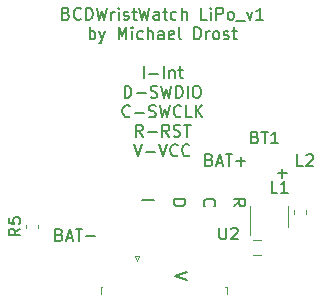
<source format=gto>
G04 #@! TF.GenerationSoftware,KiCad,Pcbnew,5.1.10*
G04 #@! TF.CreationDate,2021-12-10T15:11:43+01:00*
G04 #@! TF.ProjectId,Watch,57617463-682e-46b6-9963-61645f706362,rev?*
G04 #@! TF.SameCoordinates,Original*
G04 #@! TF.FileFunction,Legend,Top*
G04 #@! TF.FilePolarity,Positive*
%FSLAX46Y46*%
G04 Gerber Fmt 4.6, Leading zero omitted, Abs format (unit mm)*
G04 Created by KiCad (PCBNEW 5.1.10) date 2021-12-10 15:11:43*
%MOMM*%
%LPD*%
G01*
G04 APERTURE LIST*
%ADD10C,0.150000*%
%ADD11C,0.120000*%
G04 APERTURE END LIST*
D10*
X140120619Y-112823666D02*
X139120619Y-113157000D01*
X140120619Y-113490333D01*
X129906142Y-90927571D02*
X130049000Y-90975190D01*
X130096619Y-91022809D01*
X130144238Y-91118047D01*
X130144238Y-91260904D01*
X130096619Y-91356142D01*
X130049000Y-91403761D01*
X129953761Y-91451380D01*
X129572809Y-91451380D01*
X129572809Y-90451380D01*
X129906142Y-90451380D01*
X130001380Y-90499000D01*
X130049000Y-90546619D01*
X130096619Y-90641857D01*
X130096619Y-90737095D01*
X130049000Y-90832333D01*
X130001380Y-90879952D01*
X129906142Y-90927571D01*
X129572809Y-90927571D01*
X131144238Y-91356142D02*
X131096619Y-91403761D01*
X130953761Y-91451380D01*
X130858523Y-91451380D01*
X130715666Y-91403761D01*
X130620428Y-91308523D01*
X130572809Y-91213285D01*
X130525190Y-91022809D01*
X130525190Y-90879952D01*
X130572809Y-90689476D01*
X130620428Y-90594238D01*
X130715666Y-90499000D01*
X130858523Y-90451380D01*
X130953761Y-90451380D01*
X131096619Y-90499000D01*
X131144238Y-90546619D01*
X131572809Y-91451380D02*
X131572809Y-90451380D01*
X131810904Y-90451380D01*
X131953761Y-90499000D01*
X132049000Y-90594238D01*
X132096619Y-90689476D01*
X132144238Y-90879952D01*
X132144238Y-91022809D01*
X132096619Y-91213285D01*
X132049000Y-91308523D01*
X131953761Y-91403761D01*
X131810904Y-91451380D01*
X131572809Y-91451380D01*
X132477571Y-90451380D02*
X132715666Y-91451380D01*
X132906142Y-90737095D01*
X133096619Y-91451380D01*
X133334714Y-90451380D01*
X133715666Y-91451380D02*
X133715666Y-90784714D01*
X133715666Y-90975190D02*
X133763285Y-90879952D01*
X133810904Y-90832333D01*
X133906142Y-90784714D01*
X134001380Y-90784714D01*
X134334714Y-91451380D02*
X134334714Y-90784714D01*
X134334714Y-90451380D02*
X134287095Y-90499000D01*
X134334714Y-90546619D01*
X134382333Y-90499000D01*
X134334714Y-90451380D01*
X134334714Y-90546619D01*
X134763285Y-91403761D02*
X134858523Y-91451380D01*
X135049000Y-91451380D01*
X135144238Y-91403761D01*
X135191857Y-91308523D01*
X135191857Y-91260904D01*
X135144238Y-91165666D01*
X135049000Y-91118047D01*
X134906142Y-91118047D01*
X134810904Y-91070428D01*
X134763285Y-90975190D01*
X134763285Y-90927571D01*
X134810904Y-90832333D01*
X134906142Y-90784714D01*
X135049000Y-90784714D01*
X135144238Y-90832333D01*
X135477571Y-90784714D02*
X135858523Y-90784714D01*
X135620428Y-90451380D02*
X135620428Y-91308523D01*
X135668047Y-91403761D01*
X135763285Y-91451380D01*
X135858523Y-91451380D01*
X136096619Y-90451380D02*
X136334714Y-91451380D01*
X136525190Y-90737095D01*
X136715666Y-91451380D01*
X136953761Y-90451380D01*
X137763285Y-91451380D02*
X137763285Y-90927571D01*
X137715666Y-90832333D01*
X137620428Y-90784714D01*
X137429952Y-90784714D01*
X137334714Y-90832333D01*
X137763285Y-91403761D02*
X137668047Y-91451380D01*
X137429952Y-91451380D01*
X137334714Y-91403761D01*
X137287095Y-91308523D01*
X137287095Y-91213285D01*
X137334714Y-91118047D01*
X137429952Y-91070428D01*
X137668047Y-91070428D01*
X137763285Y-91022809D01*
X138096619Y-90784714D02*
X138477571Y-90784714D01*
X138239476Y-90451380D02*
X138239476Y-91308523D01*
X138287095Y-91403761D01*
X138382333Y-91451380D01*
X138477571Y-91451380D01*
X139239476Y-91403761D02*
X139144238Y-91451380D01*
X138953761Y-91451380D01*
X138858523Y-91403761D01*
X138810904Y-91356142D01*
X138763285Y-91260904D01*
X138763285Y-90975190D01*
X138810904Y-90879952D01*
X138858523Y-90832333D01*
X138953761Y-90784714D01*
X139144238Y-90784714D01*
X139239476Y-90832333D01*
X139668047Y-91451380D02*
X139668047Y-90451380D01*
X140096619Y-91451380D02*
X140096619Y-90927571D01*
X140049000Y-90832333D01*
X139953761Y-90784714D01*
X139810904Y-90784714D01*
X139715666Y-90832333D01*
X139668047Y-90879952D01*
X141810904Y-91451380D02*
X141334714Y-91451380D01*
X141334714Y-90451380D01*
X142144238Y-91451380D02*
X142144238Y-90784714D01*
X142144238Y-90451380D02*
X142096619Y-90499000D01*
X142144238Y-90546619D01*
X142191857Y-90499000D01*
X142144238Y-90451380D01*
X142144238Y-90546619D01*
X142620428Y-91451380D02*
X142620428Y-90451380D01*
X143001380Y-90451380D01*
X143096619Y-90499000D01*
X143144238Y-90546619D01*
X143191857Y-90641857D01*
X143191857Y-90784714D01*
X143144238Y-90879952D01*
X143096619Y-90927571D01*
X143001380Y-90975190D01*
X142620428Y-90975190D01*
X143763285Y-91451380D02*
X143668047Y-91403761D01*
X143620428Y-91356142D01*
X143572809Y-91260904D01*
X143572809Y-90975190D01*
X143620428Y-90879952D01*
X143668047Y-90832333D01*
X143763285Y-90784714D01*
X143906142Y-90784714D01*
X144001380Y-90832333D01*
X144049000Y-90879952D01*
X144096619Y-90975190D01*
X144096619Y-91260904D01*
X144049000Y-91356142D01*
X144001380Y-91403761D01*
X143906142Y-91451380D01*
X143763285Y-91451380D01*
X144287095Y-91546619D02*
X145049000Y-91546619D01*
X145191857Y-90784714D02*
X145429952Y-91451380D01*
X145668047Y-90784714D01*
X146572809Y-91451380D02*
X146001380Y-91451380D01*
X146287095Y-91451380D02*
X146287095Y-90451380D01*
X146191857Y-90594238D01*
X146096619Y-90689476D01*
X146001380Y-90737095D01*
X131906142Y-93101380D02*
X131906142Y-92101380D01*
X131906142Y-92482333D02*
X132001380Y-92434714D01*
X132191857Y-92434714D01*
X132287095Y-92482333D01*
X132334714Y-92529952D01*
X132382333Y-92625190D01*
X132382333Y-92910904D01*
X132334714Y-93006142D01*
X132287095Y-93053761D01*
X132191857Y-93101380D01*
X132001380Y-93101380D01*
X131906142Y-93053761D01*
X132715666Y-92434714D02*
X132953761Y-93101380D01*
X133191857Y-92434714D02*
X132953761Y-93101380D01*
X132858523Y-93339476D01*
X132810904Y-93387095D01*
X132715666Y-93434714D01*
X134334714Y-93101380D02*
X134334714Y-92101380D01*
X134668047Y-92815666D01*
X135001380Y-92101380D01*
X135001380Y-93101380D01*
X135477571Y-93101380D02*
X135477571Y-92434714D01*
X135477571Y-92101380D02*
X135429952Y-92149000D01*
X135477571Y-92196619D01*
X135525190Y-92149000D01*
X135477571Y-92101380D01*
X135477571Y-92196619D01*
X136382333Y-93053761D02*
X136287095Y-93101380D01*
X136096619Y-93101380D01*
X136001380Y-93053761D01*
X135953761Y-93006142D01*
X135906142Y-92910904D01*
X135906142Y-92625190D01*
X135953761Y-92529952D01*
X136001380Y-92482333D01*
X136096619Y-92434714D01*
X136287095Y-92434714D01*
X136382333Y-92482333D01*
X136810904Y-93101380D02*
X136810904Y-92101380D01*
X137239476Y-93101380D02*
X137239476Y-92577571D01*
X137191857Y-92482333D01*
X137096619Y-92434714D01*
X136953761Y-92434714D01*
X136858523Y-92482333D01*
X136810904Y-92529952D01*
X138144238Y-93101380D02*
X138144238Y-92577571D01*
X138096619Y-92482333D01*
X138001380Y-92434714D01*
X137810904Y-92434714D01*
X137715666Y-92482333D01*
X138144238Y-93053761D02*
X138049000Y-93101380D01*
X137810904Y-93101380D01*
X137715666Y-93053761D01*
X137668047Y-92958523D01*
X137668047Y-92863285D01*
X137715666Y-92768047D01*
X137810904Y-92720428D01*
X138049000Y-92720428D01*
X138144238Y-92672809D01*
X139001380Y-93053761D02*
X138906142Y-93101380D01*
X138715666Y-93101380D01*
X138620428Y-93053761D01*
X138572809Y-92958523D01*
X138572809Y-92577571D01*
X138620428Y-92482333D01*
X138715666Y-92434714D01*
X138906142Y-92434714D01*
X139001380Y-92482333D01*
X139049000Y-92577571D01*
X139049000Y-92672809D01*
X138572809Y-92768047D01*
X139620428Y-93101380D02*
X139525190Y-93053761D01*
X139477571Y-92958523D01*
X139477571Y-92101380D01*
X140763285Y-93101380D02*
X140763285Y-92101380D01*
X141001380Y-92101380D01*
X141144238Y-92149000D01*
X141239476Y-92244238D01*
X141287095Y-92339476D01*
X141334714Y-92529952D01*
X141334714Y-92672809D01*
X141287095Y-92863285D01*
X141239476Y-92958523D01*
X141144238Y-93053761D01*
X141001380Y-93101380D01*
X140763285Y-93101380D01*
X141763285Y-93101380D02*
X141763285Y-92434714D01*
X141763285Y-92625190D02*
X141810904Y-92529952D01*
X141858523Y-92482333D01*
X141953761Y-92434714D01*
X142049000Y-92434714D01*
X142525190Y-93101380D02*
X142429952Y-93053761D01*
X142382333Y-93006142D01*
X142334714Y-92910904D01*
X142334714Y-92625190D01*
X142382333Y-92529952D01*
X142429952Y-92482333D01*
X142525190Y-92434714D01*
X142668047Y-92434714D01*
X142763285Y-92482333D01*
X142810904Y-92529952D01*
X142858523Y-92625190D01*
X142858523Y-92910904D01*
X142810904Y-93006142D01*
X142763285Y-93053761D01*
X142668047Y-93101380D01*
X142525190Y-93101380D01*
X143239476Y-93053761D02*
X143334714Y-93101380D01*
X143525190Y-93101380D01*
X143620428Y-93053761D01*
X143668047Y-92958523D01*
X143668047Y-92910904D01*
X143620428Y-92815666D01*
X143525190Y-92768047D01*
X143382333Y-92768047D01*
X143287095Y-92720428D01*
X143239476Y-92625190D01*
X143239476Y-92577571D01*
X143287095Y-92482333D01*
X143382333Y-92434714D01*
X143525190Y-92434714D01*
X143620428Y-92482333D01*
X143953761Y-92434714D02*
X144334714Y-92434714D01*
X144096619Y-92101380D02*
X144096619Y-92958523D01*
X144144238Y-93053761D01*
X144239476Y-93101380D01*
X144334714Y-93101380D01*
X136453761Y-96401380D02*
X136453761Y-95401380D01*
X136929952Y-96020428D02*
X137691857Y-96020428D01*
X138168047Y-96401380D02*
X138168047Y-95401380D01*
X138644238Y-95734714D02*
X138644238Y-96401380D01*
X138644238Y-95829952D02*
X138691857Y-95782333D01*
X138787095Y-95734714D01*
X138929952Y-95734714D01*
X139025190Y-95782333D01*
X139072809Y-95877571D01*
X139072809Y-96401380D01*
X139406142Y-95734714D02*
X139787095Y-95734714D01*
X139549000Y-95401380D02*
X139549000Y-96258523D01*
X139596619Y-96353761D01*
X139691857Y-96401380D01*
X139787095Y-96401380D01*
X134858523Y-98051380D02*
X134858523Y-97051380D01*
X135096619Y-97051380D01*
X135239476Y-97099000D01*
X135334714Y-97194238D01*
X135382333Y-97289476D01*
X135429952Y-97479952D01*
X135429952Y-97622809D01*
X135382333Y-97813285D01*
X135334714Y-97908523D01*
X135239476Y-98003761D01*
X135096619Y-98051380D01*
X134858523Y-98051380D01*
X135858523Y-97670428D02*
X136620428Y-97670428D01*
X137049000Y-98003761D02*
X137191857Y-98051380D01*
X137429952Y-98051380D01*
X137525190Y-98003761D01*
X137572809Y-97956142D01*
X137620428Y-97860904D01*
X137620428Y-97765666D01*
X137572809Y-97670428D01*
X137525190Y-97622809D01*
X137429952Y-97575190D01*
X137239476Y-97527571D01*
X137144238Y-97479952D01*
X137096619Y-97432333D01*
X137049000Y-97337095D01*
X137049000Y-97241857D01*
X137096619Y-97146619D01*
X137144238Y-97099000D01*
X137239476Y-97051380D01*
X137477571Y-97051380D01*
X137620428Y-97099000D01*
X137953761Y-97051380D02*
X138191857Y-98051380D01*
X138382333Y-97337095D01*
X138572809Y-98051380D01*
X138810904Y-97051380D01*
X139191857Y-98051380D02*
X139191857Y-97051380D01*
X139429952Y-97051380D01*
X139572809Y-97099000D01*
X139668047Y-97194238D01*
X139715666Y-97289476D01*
X139763285Y-97479952D01*
X139763285Y-97622809D01*
X139715666Y-97813285D01*
X139668047Y-97908523D01*
X139572809Y-98003761D01*
X139429952Y-98051380D01*
X139191857Y-98051380D01*
X140191857Y-98051380D02*
X140191857Y-97051380D01*
X140858523Y-97051380D02*
X141049000Y-97051380D01*
X141144238Y-97099000D01*
X141239476Y-97194238D01*
X141287095Y-97384714D01*
X141287095Y-97718047D01*
X141239476Y-97908523D01*
X141144238Y-98003761D01*
X141049000Y-98051380D01*
X140858523Y-98051380D01*
X140763285Y-98003761D01*
X140668047Y-97908523D01*
X140620428Y-97718047D01*
X140620428Y-97384714D01*
X140668047Y-97194238D01*
X140763285Y-97099000D01*
X140858523Y-97051380D01*
X135287095Y-99606142D02*
X135239476Y-99653761D01*
X135096619Y-99701380D01*
X135001380Y-99701380D01*
X134858523Y-99653761D01*
X134763285Y-99558523D01*
X134715666Y-99463285D01*
X134668047Y-99272809D01*
X134668047Y-99129952D01*
X134715666Y-98939476D01*
X134763285Y-98844238D01*
X134858523Y-98749000D01*
X135001380Y-98701380D01*
X135096619Y-98701380D01*
X135239476Y-98749000D01*
X135287095Y-98796619D01*
X135715666Y-99320428D02*
X136477571Y-99320428D01*
X136906142Y-99653761D02*
X137049000Y-99701380D01*
X137287095Y-99701380D01*
X137382333Y-99653761D01*
X137429952Y-99606142D01*
X137477571Y-99510904D01*
X137477571Y-99415666D01*
X137429952Y-99320428D01*
X137382333Y-99272809D01*
X137287095Y-99225190D01*
X137096619Y-99177571D01*
X137001380Y-99129952D01*
X136953761Y-99082333D01*
X136906142Y-98987095D01*
X136906142Y-98891857D01*
X136953761Y-98796619D01*
X137001380Y-98749000D01*
X137096619Y-98701380D01*
X137334714Y-98701380D01*
X137477571Y-98749000D01*
X137810904Y-98701380D02*
X138049000Y-99701380D01*
X138239476Y-98987095D01*
X138429952Y-99701380D01*
X138668047Y-98701380D01*
X139620428Y-99606142D02*
X139572809Y-99653761D01*
X139429952Y-99701380D01*
X139334714Y-99701380D01*
X139191857Y-99653761D01*
X139096619Y-99558523D01*
X139049000Y-99463285D01*
X139001380Y-99272809D01*
X139001380Y-99129952D01*
X139049000Y-98939476D01*
X139096619Y-98844238D01*
X139191857Y-98749000D01*
X139334714Y-98701380D01*
X139429952Y-98701380D01*
X139572809Y-98749000D01*
X139620428Y-98796619D01*
X140525190Y-99701380D02*
X140049000Y-99701380D01*
X140049000Y-98701380D01*
X140858523Y-99701380D02*
X140858523Y-98701380D01*
X141429952Y-99701380D02*
X141001380Y-99129952D01*
X141429952Y-98701380D02*
X140858523Y-99272809D01*
X136382333Y-101351380D02*
X136049000Y-100875190D01*
X135810904Y-101351380D02*
X135810904Y-100351380D01*
X136191857Y-100351380D01*
X136287095Y-100399000D01*
X136334714Y-100446619D01*
X136382333Y-100541857D01*
X136382333Y-100684714D01*
X136334714Y-100779952D01*
X136287095Y-100827571D01*
X136191857Y-100875190D01*
X135810904Y-100875190D01*
X136810904Y-100970428D02*
X137572809Y-100970428D01*
X138620428Y-101351380D02*
X138287095Y-100875190D01*
X138049000Y-101351380D02*
X138049000Y-100351380D01*
X138429952Y-100351380D01*
X138525190Y-100399000D01*
X138572809Y-100446619D01*
X138620428Y-100541857D01*
X138620428Y-100684714D01*
X138572809Y-100779952D01*
X138525190Y-100827571D01*
X138429952Y-100875190D01*
X138049000Y-100875190D01*
X139001380Y-101303761D02*
X139144238Y-101351380D01*
X139382333Y-101351380D01*
X139477571Y-101303761D01*
X139525190Y-101256142D01*
X139572809Y-101160904D01*
X139572809Y-101065666D01*
X139525190Y-100970428D01*
X139477571Y-100922809D01*
X139382333Y-100875190D01*
X139191857Y-100827571D01*
X139096619Y-100779952D01*
X139049000Y-100732333D01*
X139001380Y-100637095D01*
X139001380Y-100541857D01*
X139049000Y-100446619D01*
X139096619Y-100399000D01*
X139191857Y-100351380D01*
X139429952Y-100351380D01*
X139572809Y-100399000D01*
X139858523Y-100351380D02*
X140429952Y-100351380D01*
X140144238Y-101351380D02*
X140144238Y-100351380D01*
X135668047Y-102001380D02*
X136001380Y-103001380D01*
X136334714Y-102001380D01*
X136668047Y-102620428D02*
X137429952Y-102620428D01*
X137763285Y-102001380D02*
X138096619Y-103001380D01*
X138429952Y-102001380D01*
X139334714Y-102906142D02*
X139287095Y-102953761D01*
X139144238Y-103001380D01*
X139049000Y-103001380D01*
X138906142Y-102953761D01*
X138810904Y-102858523D01*
X138763285Y-102763285D01*
X138715666Y-102572809D01*
X138715666Y-102429952D01*
X138763285Y-102239476D01*
X138810904Y-102144238D01*
X138906142Y-102049000D01*
X139049000Y-102001380D01*
X139144238Y-102001380D01*
X139287095Y-102049000D01*
X139334714Y-102096619D01*
X140334714Y-102906142D02*
X140287095Y-102953761D01*
X140144238Y-103001380D01*
X140049000Y-103001380D01*
X139906142Y-102953761D01*
X139810904Y-102858523D01*
X139763285Y-102763285D01*
X139715666Y-102572809D01*
X139715666Y-102429952D01*
X139763285Y-102239476D01*
X139810904Y-102144238D01*
X139906142Y-102049000D01*
X140049000Y-102001380D01*
X140144238Y-102001380D01*
X140287095Y-102049000D01*
X140334714Y-102096619D01*
X144073619Y-107243523D02*
X144549809Y-106910190D01*
X144073619Y-106672095D02*
X145073619Y-106672095D01*
X145073619Y-107053047D01*
X145026000Y-107148285D01*
X144978380Y-107195904D01*
X144883142Y-107243523D01*
X144740285Y-107243523D01*
X144645047Y-107195904D01*
X144597428Y-107148285D01*
X144549809Y-107053047D01*
X144549809Y-106672095D01*
X141628857Y-107243523D02*
X141581238Y-107195904D01*
X141533619Y-107053047D01*
X141533619Y-106957809D01*
X141581238Y-106814952D01*
X141676476Y-106719714D01*
X141771714Y-106672095D01*
X141962190Y-106624476D01*
X142105047Y-106624476D01*
X142295523Y-106672095D01*
X142390761Y-106719714D01*
X142486000Y-106814952D01*
X142533619Y-106957809D01*
X142533619Y-107053047D01*
X142486000Y-107195904D01*
X142438380Y-107243523D01*
X138993619Y-106672095D02*
X139993619Y-106672095D01*
X139993619Y-106910190D01*
X139946000Y-107053047D01*
X139850761Y-107148285D01*
X139755523Y-107195904D01*
X139565047Y-107243523D01*
X139422190Y-107243523D01*
X139231714Y-107195904D01*
X139136476Y-107148285D01*
X139041238Y-107053047D01*
X138993619Y-106910190D01*
X138993619Y-106672095D01*
X137358380Y-106680000D02*
X136358380Y-106680000D01*
X147828047Y-104465428D02*
X148589952Y-104465428D01*
X148209000Y-104846380D02*
X148209000Y-104084476D01*
X129325857Y-109656571D02*
X129468714Y-109704190D01*
X129516333Y-109751809D01*
X129563952Y-109847047D01*
X129563952Y-109989904D01*
X129516333Y-110085142D01*
X129468714Y-110132761D01*
X129373476Y-110180380D01*
X128992523Y-110180380D01*
X128992523Y-109180380D01*
X129325857Y-109180380D01*
X129421095Y-109228000D01*
X129468714Y-109275619D01*
X129516333Y-109370857D01*
X129516333Y-109466095D01*
X129468714Y-109561333D01*
X129421095Y-109608952D01*
X129325857Y-109656571D01*
X128992523Y-109656571D01*
X129944904Y-109894666D02*
X130421095Y-109894666D01*
X129849666Y-110180380D02*
X130183000Y-109180380D01*
X130516333Y-110180380D01*
X130706809Y-109180380D02*
X131278238Y-109180380D01*
X130992523Y-110180380D02*
X130992523Y-109180380D01*
X131611571Y-109799428D02*
X132373476Y-109799428D01*
X142025857Y-103306571D02*
X142168714Y-103354190D01*
X142216333Y-103401809D01*
X142263952Y-103497047D01*
X142263952Y-103639904D01*
X142216333Y-103735142D01*
X142168714Y-103782761D01*
X142073476Y-103830380D01*
X141692523Y-103830380D01*
X141692523Y-102830380D01*
X142025857Y-102830380D01*
X142121095Y-102878000D01*
X142168714Y-102925619D01*
X142216333Y-103020857D01*
X142216333Y-103116095D01*
X142168714Y-103211333D01*
X142121095Y-103258952D01*
X142025857Y-103306571D01*
X141692523Y-103306571D01*
X142644904Y-103544666D02*
X143121095Y-103544666D01*
X142549666Y-103830380D02*
X142883000Y-102830380D01*
X143216333Y-103830380D01*
X143406809Y-102830380D02*
X143978238Y-102830380D01*
X143692523Y-103830380D02*
X143692523Y-102830380D01*
X144311571Y-103449428D02*
X145073476Y-103449428D01*
X144692523Y-103830380D02*
X144692523Y-103068476D01*
D11*
X145700000Y-110144000D02*
X146400000Y-110144000D01*
X146400000Y-111344000D02*
X145700000Y-111344000D01*
X132944000Y-114085000D02*
X132834000Y-114085000D01*
X132834000Y-114085000D02*
X132834000Y-114685000D01*
X143374000Y-114085000D02*
X143484000Y-114085000D01*
X143484000Y-114085000D02*
X143484000Y-114685000D01*
X135709000Y-111495000D02*
X135909000Y-111895000D01*
X135909000Y-111895000D02*
X136109000Y-111495000D01*
X136109000Y-111495000D02*
X135709000Y-111495000D01*
X126490000Y-109128779D02*
X126490000Y-108803221D01*
X127510000Y-109128779D02*
X127510000Y-108803221D01*
X150243000Y-107524733D02*
X150243000Y-107867267D01*
X149223000Y-107524733D02*
X149223000Y-107867267D01*
X148676000Y-109020000D02*
X148676000Y-107220000D01*
X145456000Y-107220000D02*
X145456000Y-109670000D01*
D10*
X126022380Y-109132666D02*
X125546190Y-109466000D01*
X126022380Y-109704095D02*
X125022380Y-109704095D01*
X125022380Y-109323142D01*
X125070000Y-109227904D01*
X125117619Y-109180285D01*
X125212857Y-109132666D01*
X125355714Y-109132666D01*
X125450952Y-109180285D01*
X125498571Y-109227904D01*
X125546190Y-109323142D01*
X125546190Y-109704095D01*
X125022380Y-108227904D02*
X125022380Y-108704095D01*
X125498571Y-108751714D01*
X125450952Y-108704095D01*
X125403333Y-108608857D01*
X125403333Y-108370761D01*
X125450952Y-108275523D01*
X125498571Y-108227904D01*
X125593809Y-108180285D01*
X125831904Y-108180285D01*
X125927142Y-108227904D01*
X125974761Y-108275523D01*
X126022380Y-108370761D01*
X126022380Y-108608857D01*
X125974761Y-108704095D01*
X125927142Y-108751714D01*
X147788333Y-106116380D02*
X147312142Y-106116380D01*
X147312142Y-105116380D01*
X148645476Y-106116380D02*
X148074047Y-106116380D01*
X148359761Y-106116380D02*
X148359761Y-105116380D01*
X148264523Y-105259238D01*
X148169285Y-105354476D01*
X148074047Y-105402095D01*
X142875095Y-109053380D02*
X142875095Y-109862904D01*
X142922714Y-109958142D01*
X142970333Y-110005761D01*
X143065571Y-110053380D01*
X143256047Y-110053380D01*
X143351285Y-110005761D01*
X143398904Y-109958142D01*
X143446523Y-109862904D01*
X143446523Y-109053380D01*
X143875095Y-109148619D02*
X143922714Y-109101000D01*
X144017952Y-109053380D01*
X144256047Y-109053380D01*
X144351285Y-109101000D01*
X144398904Y-109148619D01*
X144446523Y-109243857D01*
X144446523Y-109339095D01*
X144398904Y-109481952D01*
X143827476Y-110053380D01*
X144446523Y-110053380D01*
X145899285Y-101401571D02*
X146042142Y-101449190D01*
X146089761Y-101496809D01*
X146137380Y-101592047D01*
X146137380Y-101734904D01*
X146089761Y-101830142D01*
X146042142Y-101877761D01*
X145946904Y-101925380D01*
X145565952Y-101925380D01*
X145565952Y-100925380D01*
X145899285Y-100925380D01*
X145994523Y-100973000D01*
X146042142Y-101020619D01*
X146089761Y-101115857D01*
X146089761Y-101211095D01*
X146042142Y-101306333D01*
X145994523Y-101353952D01*
X145899285Y-101401571D01*
X145565952Y-101401571D01*
X146423095Y-100925380D02*
X146994523Y-100925380D01*
X146708809Y-101925380D02*
X146708809Y-100925380D01*
X147851666Y-101925380D02*
X147280238Y-101925380D01*
X147565952Y-101925380D02*
X147565952Y-100925380D01*
X147470714Y-101068238D01*
X147375476Y-101163476D01*
X147280238Y-101211095D01*
X149947333Y-103830380D02*
X149471142Y-103830380D01*
X149471142Y-102830380D01*
X150233047Y-102925619D02*
X150280666Y-102878000D01*
X150375904Y-102830380D01*
X150614000Y-102830380D01*
X150709238Y-102878000D01*
X150756857Y-102925619D01*
X150804476Y-103020857D01*
X150804476Y-103116095D01*
X150756857Y-103258952D01*
X150185428Y-103830380D01*
X150804476Y-103830380D01*
M02*

</source>
